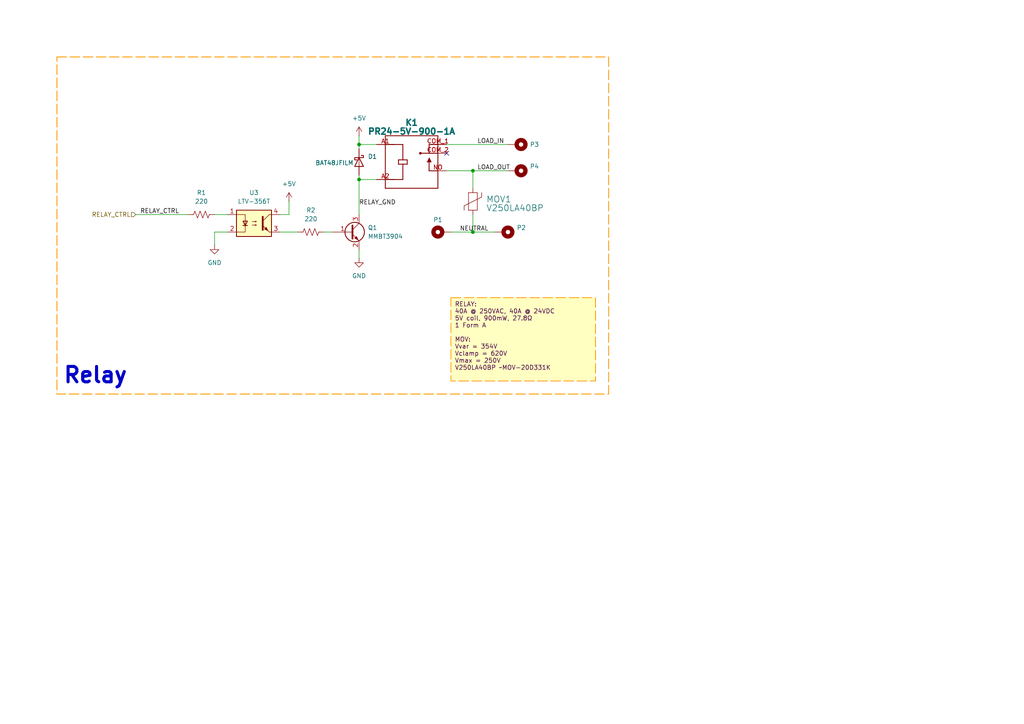
<source format=kicad_sch>
(kicad_sch (version 20250114) (generator "eeschema") (generator_version "9.0")
  (paper "A4")
  (title_block (title "Relay Module") (date "2025-03-22") (rev "1.0") (company "CRG Makes") (comment 1 "Aquarius"))
  (lib_symbols
    (symbol "CRG Makes:MOV20D331K"
      (property "Reference" "MOV" (at -2.794 -2.54 90))
      (symbol "MOV20D331K_1_0"
        (polyline (pts (xy -2.54 -1.27) (xy -2.54 -2.54)) (stroke (width 0.1524)))
        (polyline (pts (xy -1.27 2.54) (xy 1.27 2.54)) (stroke (width 0.1524)))
        (polyline (pts (xy -1.27 -2.54) (xy -1.27 2.54)) (stroke (width 0.1524)))
        (polyline (pts (xy 1.27 2.54) (xy 1.27 -2.54)) (stroke (width 0.1524)))
        (polyline (pts (xy 1.27 -2.54) (xy -1.27 -2.54)) (stroke (width 0.1524)))
        (polyline (pts (xy 2.54 1.27) (xy -2.54 -1.27)) (stroke (width 0.1524)))
        (polyline (pts (xy 2.54 1.27) (xy 2.54 2.54)) (stroke (width 0.1524)))
        (pin bidirectional line (at 0 3.81 270) (length 1.27) (name "P$1") (number "P$1"))
        (pin bidirectional line (at 0 -3.81 90) (length 1.27) (name "P$2") (number "P$2"))
      )
    )
    (symbol "CRG Makes:PR24-5V-900-1A"
      (property "Reference" "K" (at -7.62 8.382 0))
      (symbol "PR24-5V-900-1A_1_0"
        (polyline (pts (xy -7.62 7.62) (xy -7.62 -7.62)) (stroke (width 0.254)))
        (polyline (pts (xy -7.62 5.08) (xy -2.54 5.08)) (stroke (width 0.254)))
        (polyline (pts (xy -7.62 -5.08) (xy -2.54 -5.08)) (stroke (width 0.254)))
        (polyline (pts (xy -7.62 -7.62) (xy 7.62 -7.62)) (stroke (width 0.254)))
        (polyline (pts (xy -3.81 0.635) (xy -2.54 0.635)) (stroke (width 0.254)))
        (polyline (pts (xy -3.81 -0.635) (xy -3.81 0.635)) (stroke (width 0.254)))
        (polyline (pts (xy -2.54 5.08) (xy -2.54 0.635)) (stroke (width 0.254)))
        (polyline (pts (xy -2.54 0.635) (xy -1.27 0.635)) (stroke (width 0.254)))
        (polyline (pts (xy -2.54 -0.635) (xy -3.81 -0.635)) (stroke (width 0.254)))
        (polyline (pts (xy -2.54 -0.635) (xy -2.54 -5.08)) (stroke (width 0.254)))
        (polyline (pts (xy -1.27 0.635) (xy -1.27 -0.635)) (stroke (width 0.254)))
        (polyline (pts (xy -1.27 -0.635) (xy -2.54 -0.635)) (stroke (width 0.254)))
        (circle (center 2.54 2.54) (radius 0.254) (stroke (width 0.254)))
        (polyline (pts (xy 4.445 0) (xy 5.715 0) (xy 5.08 1.2699)) (stroke (width 0.1524)) (fill (type outline)))
        (polyline (pts (xy 5.08 5.08) (xy 5.08 2.54)) (stroke (width 0.254)))
        (polyline (pts (xy 5.08 2.54) (xy 2.54 2.54)) (stroke (width 0.254)))
        (polyline (pts (xy 5.08 -2.54) (xy 5.08 0)) (stroke (width 0.254)))
        (polyline (pts (xy 7.62 7.62) (xy -7.62 7.62)) (stroke (width 0.254)))
        (polyline (pts (xy 7.62 5.08) (xy 5.08 5.08)) (stroke (width 0.254)))
        (polyline (pts (xy 7.62 2.54) (xy 5.08 2.54)) (stroke (width 0.254)))
        (polyline (pts (xy 7.62 -2.54) (xy 5.08 -2.54)) (stroke (width 0.254)))
        (polyline (pts (xy 7.62 -7.62) (xy 7.62 7.62)) (stroke (width 0.254)))
        (pin passive line (at -10.16 5.08 0) (length 5.08) (name "COIL1") (number "A1"))
        (pin passive line (at -10.16 -5.08 0) (length 5.08) (name "COIL2") (number "A2"))
        (pin passive line (at 10.16 5.08 180) (length 5.08) (name "COM1") (number "COM_1"))
        (pin passive line (at 10.16 2.54 180) (length 5.08) (name "COM2") (number "COM_2"))
        (pin passive line (at 10.16 -2.54 180) (length 5.08) (name "NO") (number "NO"))
      )
    )
    (symbol "Device:R_US" (pin_numbers (hide yes)) (pin_names (offset 0))
      (property "Reference" "R" (at 2.54 0 90))
      (property "Value" "R_US" (at -2.54 0 90))
      (symbol "R_US_0_1"
        (polyline (pts (xy 0 2.286) (xy 0 2.54)))
        (polyline (pts (xy 0 2.286) (xy 1.016 1.905) (xy 0 1.524) (xy -1.016 1.143) (xy 0 0.762)))
        (polyline (pts (xy 0 0.762) (xy 1.016 0.381) (xy 0 0) (xy -1.016 -0.381) (xy 0 -0.762)))
        (polyline (pts (xy 0 -0.762) (xy 1.016 -1.143) (xy 0 -1.524) (xy -1.016 -1.905) (xy 0 -2.286)))
        (polyline (pts (xy 0 -2.286) (xy 0 -2.54)))
      )
      (symbol "R_US_1_1"
        (pin passive line (at 0 3.81 270) (length 1.27) (name "~") (number "1"))
        (pin passive line (at 0 -3.81 90) (length 1.27) (name "~") (number "2"))
      )
    )
    (symbol "Diode:BAT48JFILM" (pin_numbers (hide yes)) (pin_names (offset 1.016) (hide yes))
      (property "Reference" "D" (at 0 2.54 0))
      (property "Value" "BAT48JFILM" (at 0 -2.54 0))
      (symbol "BAT48JFILM_0_1"
        (polyline (pts (xy -1.905 0.635) (xy -1.905 1.27) (xy -1.27 1.27) (xy -1.27 -1.27) (xy -0.635 -1.27) (xy -0.635 -0.635)) (stroke (width 0.254)))
        (polyline (pts (xy 1.27 1.27) (xy 1.27 -1.27) (xy -1.27 0) (xy 1.27 1.27)) (stroke (width 0.254)))
        (polyline (pts (xy 1.27 0) (xy -1.27 0)))
      )
      (symbol "BAT48JFILM_1_1"
        (pin passive line (at -3.81 0 0) (length 2.54) (name "K") (number "1"))
        (pin passive line (at 3.81 0 180) (length 2.54) (name "A") (number "2"))
      )
    )
    (symbol "Isolator:LTV-356T" (pin_names (offset 1.016))
      (property "Reference" "U" (at -5.334 4.826 0))
      (property "Value" "LTV-356T" (at 0 5.08 0))
      (symbol "LTV-356T_0_1"
        (rectangle (start -5.08 3.81) (end 5.08 -3.81) (stroke (width 0.254)) (fill (type background)))
        (polyline (pts (xy -5.08 2.54) (xy -2.54 2.54) (xy -2.54 -0.762)))
        (polyline (pts (xy -3.175 -0.635) (xy -1.905 -0.635)) (stroke (width 0.254)))
        (polyline (pts (xy -2.54 -0.635) (xy -2.54 -2.54) (xy -5.08 -2.54)))
        (polyline (pts (xy -2.54 -0.635) (xy -3.175 0.635) (xy -1.905 0.635) (xy -2.54 -0.635)) (stroke (width 0.254)))
        (polyline (pts (xy -0.508 0.508) (xy 0.762 0.508) (xy 0.381 0.381) (xy 0.381 0.635) (xy 0.762 0.508)))
        (polyline (pts (xy -0.508 -0.508) (xy 0.762 -0.508) (xy 0.381 -0.635) (xy 0.381 -0.381) (xy 0.762 -0.508)))
        (polyline (pts (xy 2.54 1.905) (xy 2.54 -1.905) (xy 2.54 -1.905)) (stroke (width 0.508)))
        (polyline (pts (xy 2.54 0.635) (xy 4.445 2.54)))
        (polyline (pts (xy 3.048 -1.651) (xy 3.556 -1.143) (xy 4.064 -2.159) (xy 3.048 -1.651) (xy 3.048 -1.651)) (fill (type outline)))
        (polyline (pts (xy 4.445 2.54) (xy 5.08 2.54)))
        (polyline (pts (xy 4.445 -2.54) (xy 2.54 -0.635)) (fill (type outline)))
        (polyline (pts (xy 4.445 -2.54) (xy 5.08 -2.54)))
      )
      (symbol "LTV-356T_1_1"
        (pin passive line (at -7.62 2.54 0) (length 2.54) (name "~") (number "1"))
        (pin passive line (at -7.62 -2.54 0) (length 2.54) (name "~") (number "2"))
        (pin passive line (at 7.62 2.54 180) (length 2.54) (name "~") (number "4"))
        (pin passive line (at 7.62 -2.54 180) (length 2.54) (name "~") (number "3"))
      )
    )
    (symbol "Mechanical:MountingHole_Pad" (pin_numbers (hide yes)) (pin_names (offset 1.016) (hide yes)) (exclude_from_sim yes) (in_bom no)
      (property "Reference" "H" (at 0 6.35 0))
      (property "Value" "MountingHole_Pad" (at 0 4.445 0))
      (symbol "MountingHole_Pad_0_1"
        (circle (center 0 1.27) (radius 1.27) (stroke (width 1.27)))
      )
      (symbol "MountingHole_Pad_1_1"
        (pin input line (at 0 -2.54 90) (length 2.54) (name "1") (number "1"))
      )
    )
    (symbol "Transistor_BJT:MMBT3904" (pin_names (offset 0) (hide yes))
      (property "Reference" "Q" (at 5.08 1.905 0))
      (property "Value" "MMBT3904" (at 5.08 0 0))
      (symbol "MMBT3904_0_1"
        (polyline (pts (xy 0.635 1.905) (xy 0.635 -1.905) (xy 0.635 -1.905)) (stroke (width 0.508)))
        (polyline (pts (xy 0.635 0.635) (xy 2.54 2.54)))
        (polyline (pts (xy 0.635 -0.635) (xy 2.54 -2.54) (xy 2.54 -2.54)))
        (circle (center 1.27 0) (radius 2.8194) (stroke (width 0.254)))
        (polyline (pts (xy 1.27 -1.778) (xy 1.778 -1.27) (xy 2.286 -2.286) (xy 1.27 -1.778) (xy 1.27 -1.778)) (fill (type outline)))
      )
      (symbol "MMBT3904_1_1"
        (pin input line (at -5.08 0 0) (length 5.715) (name "B") (number "1"))
        (pin passive line (at 2.54 5.08 270) (length 2.54) (name "C") (number "3"))
        (pin passive line (at 2.54 -5.08 90) (length 2.54) (name "E") (number "2"))
      )
    )
    (symbol "power:+5V" (power) (pin_numbers (hide yes)) (pin_names (offset 0) (hide yes))
      (property "Value" "+5V" (at 0 3.556 0))
      (symbol "+5V_0_1"
        (polyline (pts (xy -0.762 1.27) (xy 0 2.54)))
        (polyline (pts (xy 0 2.54) (xy 0.762 1.27)))
        (polyline (pts (xy 0 0) (xy 0 2.54)))
      )
      (symbol "+5V_1_1"
        (pin power_in line (at 0 0 90) (length 0) (name "~") (number "1"))
      )
    )
    (symbol "power:GND" (power) (pin_numbers (hide yes)) (pin_names (offset 0) (hide yes))
      (property "Value" "GND" (at 0 -3.81 0))
      (symbol "GND_0_1"
        (polyline (pts (xy 0 0) (xy 0 -1.27) (xy 1.27 -1.27) (xy 0 -2.54) (xy -1.27 -1.27) (xy 0 -1.27)))
      )
      (symbol "GND_1_1"
        (pin power_in line (at 0 0 270) (length 0) (name "~") (number "1"))
      )
    )
  )
  (rectangle (start 16.51 16.51) (end 176.53 114.3) (stroke (width 0.254) (type dash) (color 255 153 0 1)))
  (text "Relay" (at 27.686 108.966 0) (effects (font (size 4.445 4.445) (thickness 0.889) (bold yes))))
  (text_box "RELAY:\n40A @ 250VAC, 40A @ 24VDC\n5V coil, 900mW, 27.8Ω\n1 Form A\n\nMOV:\nVvar = 354V\nVclamp = 620V\nVmax = 250V\nV250LA40BP ~MOV-20D331K\n" (at 130.81 86.36 0) (size 41.91 24.13) (margins 1.0795 1.0795 1.0795 1.0795) (stroke (width 0.254) (type dash) (color 255 153 0 1)) (fill (type color) (color 255 255 194 1)) (effects (font (size 1.27 1.27) (thickness 0.1588)) (justify left top)))
  (junction (at 104.14 41.91))
  (junction (at 104.14 52.07))
  (junction (at 137.16 49.53))
  (junction (at 137.16 67.31))
  (no_connect (at 129.54 44.45))
  (wire (pts (xy 109.22 41.91) (xy 104.14 41.91)))
  (wire (pts (xy 104.14 39.37) (xy 104.14 41.91)))
  (wire (pts (xy 104.14 72.39) (xy 104.14 74.93)))
  (wire (pts (xy 104.14 41.91) (xy 104.14 43.18)))
  (wire (pts (xy 137.16 49.53) (xy 137.16 54.61)))
  (wire (pts (xy 93.98 67.31) (xy 96.52 67.31)))
  (wire (pts (xy 109.22 52.07) (xy 104.14 52.07)))
  (wire (pts (xy 137.16 67.31) (xy 143.51 67.31)))
  (wire (pts (xy 83.82 62.23) (xy 83.82 58.42)))
  (wire (pts (xy 137.16 62.23) (xy 137.16 67.31)))
  (wire (pts (xy 81.28 67.31) (xy 86.36 67.31)))
  (wire (pts (xy 104.14 50.8) (xy 104.14 52.07)))
  (wire (pts (xy 129.54 49.53) (xy 137.16 49.53)))
  (wire (pts (xy 104.14 52.07) (xy 104.14 62.23)))
  (wire (pts (xy 39.37 62.23) (xy 54.61 62.23)))
  (wire (pts (xy 62.23 62.23) (xy 66.04 62.23)))
  (wire (pts (xy 129.54 41.91) (xy 147.32 41.91)))
  (wire (pts (xy 81.28 62.23) (xy 83.82 62.23)))
  (wire (pts (xy 130.81 67.31) (xy 137.16 67.31)))
  (wire (pts (xy 62.23 67.31) (xy 62.23 71.12)))
  (wire (pts (xy 66.04 67.31) (xy 62.23 67.31)))
  (wire (pts (xy 137.16 49.53) (xy 147.32 49.53)))
  (label "RELAY_CTRL" (at 40.64 62.23 0))
  (label "NEUTRAL" (at 133.35 67.31 0))
  (label "LOAD_IN" (at 138.43 41.91 0))
  (label "RELAY_GND" (at 104.14 59.69 0))
  (label "LOAD_OUT" (at 138.43 49.53 0))
  (hierarchical_label "RELAY_CTRL" (shape input) (at 39.37 62.23 180))
  (symbol (lib_id "Mechanical:MountingHole_Pad") (at 149.86 41.91 270) (unit 1) (in_bom no)
    (property "Reference" "P3" (at 153.67 41.9099 90) (effects (justify left)))
    (property "Value" "MountingHole_Pad" (effects (hide yes)))
    (property "Footprint" "MountingHole:MountingHole_3.2mm_M3_ISO14580_Pad" (effects (hide yes)))
    (property "Description" "Mounting Hole with connection" (effects (hide yes)))
  )
  (symbol (lib_id "CRG Makes:PR24-5V-900-1A") (at 119.38 46.99 0) (unit 1)
    (property "Reference" "K1" (at 119.38 35.56 0) (effects (font (size 1.778 1.778) (thickness 0.3556) (bold yes))))
    (property "Value" "PR24-5V-900-1A" (at 119.38 38.1 0) (effects (font (size 1.778 1.778) (thickness 0.3556) (bold yes))))
    (property "Footprint" "CRG Makes:RELAY_PR24-5V-900-1A" (effects (hide yes)))
    (property "Datasheet" "https://wmsc.lcsc.com/wmsc/upload/file/pdf/v2/lcsc/2312271407_CUI-PR24-5V-900-1A_C7029760.pdf" (effects (hide yes)))
    (property "Description" "Power relay, 40A, Normally Open\n\nhttps://www.mouser.com/ProductDetail/179-PR24-5V-900-1A\nhttps://jlcpcb.com/partdetail/Cui-PR24_5V_9001A/C7029760" (effects (hide yes)))
    (property "LCSC_PN" "C7029760" (effects (hide yes)))
  )
  (symbol (lib_id "power:GND") (at 62.23 71.12 0) (unit 1)
    (property "Reference" "#PWR02" (effects (hide yes)))
    (property "Value" "GND" (at 62.23 76.2 0))
    (property "Description" "Power symbol creates a global label with name \"GND\" , ground" (effects (hide yes)))
  )
  (symbol (lib_id "Isolator:LTV-356T") (at 73.66 64.77 0) (unit 1)
    (property "Reference" "U3" (at 73.66 55.88 0))
    (property "Value" "LTV-356T" (at 73.66 58.42 0))
    (property "Footprint" "Package_SO:SO-4_4.4x3.6mm_P2.54mm" (effects (hide yes)))
    (property "Datasheet" "http://optoelectronics.liteon.com/upload/download/DS70-2001-010/S_110_LTV-356T%2020140520.pdf" (effects (hide yes)))
    (property "Description" "DC Optocoupler, Vce 80V, CTR 50%, SO-4" (effects (hide yes)))
  )
  (symbol (lib_id "CRG Makes:MOV20D331K") (at 137.16 58.42 0) (unit 1) (in_bom no)
    (property "Reference" "MOV1" (at 140.97 57.7849 0) (effects (font (size 1.778 1.778)) (justify left)))
    (property "Value" "V250LA40BP" (at 140.97 60.325 0) (effects (font (size 1.778 1.778)) (justify left)))
    (property "Footprint" "CRG Makes:V250LA40BP" (effects (hide yes)))
    (property "Datasheet" "https://wmsc.lcsc.com/wmsc/upload/file/pdf/v2/lcsc/2304140030_Littelfuse-V250LA40BP_C1527448.pdf" (effects (hide yes)))
    (property "Description" "Metal Oxide Varistor\nMOV-20D331K https://jlcpcb.com/partdetail/Bourns-MOV20D331K/C1528488" (effects (hide yes)))
    (property "LCSC_PN" "C1527448" (effects (hide yes)))
  )
  (symbol (lib_id "power:GND") (at 104.14 74.93 0) (unit 1)
    (property "Reference" "#PWR09" (effects (hide yes)))
    (property "Value" "GND" (at 104.14 80.01 0))
    (property "Description" "Power symbol creates a global label with name \"GND\" , ground" (effects (hide yes)))
  )
  (symbol (lib_id "power:+5V") (at 104.14 39.37 0) (unit 1)
    (property "Reference" "#PWR01" (effects (hide yes)))
    (property "Value" "+5V" (at 104.14 34.29 0))
    (property "Description" "Power symbol creates a global label with name \"+5V\"" (effects (hide yes)))
  )
  (symbol (lib_id "power:+5V") (at 83.82 58.42 0) (unit 1)
    (property "Reference" "#PWR03" (effects (hide yes)))
    (property "Value" "+5V" (at 83.82 53.34 0))
    (property "Description" "Power symbol creates a global label with name \"+5V\"" (effects (hide yes)))
  )
  (symbol (lib_id "Mechanical:MountingHole_Pad") (at 149.86 49.53 270) (unit 1) (in_bom no)
    (property "Reference" "P4" (at 153.67 48.2599 90) (effects (justify left)))
    (property "Value" "MountingHole_Pad" (effects (hide yes)))
    (property "Footprint" "MountingHole:MountingHole_3.2mm_M3_ISO14580_Pad" (effects (hide yes)))
    (property "Description" "Mounting Hole with connection" (effects (hide yes)))
  )
  (symbol (lib_id "Device:R_US") (at 58.42 62.23 90) (unit 1)
    (property "Reference" "R1" (at 58.42 55.88 90))
    (property "Value" "220" (at 58.42 58.42 90))
    (property "Footprint" "Resistor_SMD:R_0603_1608Metric" (effects (hide yes)))
    (property "Description" "Resistor, US symbol" (effects (hide yes)))
    (property "LCSC_PN" "C1226" (effects (hide yes)))
  )
  (symbol (lib_id "Transistor_BJT:MMBT3904") (at 101.6 67.31 0) (unit 1)
    (property "Reference" "Q1" (at 106.68 66.0399 0) (effects (justify left)))
    (property "Value" "MMBT3904" (at 106.68 68.5799 0) (effects (justify left)))
    (property "Footprint" "Package_TO_SOT_SMD:SOT-23" (effects (hide yes)))
    (property "Datasheet" "https://www.onsemi.com/pdf/datasheet/pzt3904-d.pdf" (effects (hide yes)))
    (property "Description" "0.2A Ic, 40V Vce, Small Signal NPN Transistor, SOT-23" (effects (hide yes)))
    (property "LCSC_PN" "C909754" (effects (hide yes)))
  )
  (symbol (lib_id "Diode:BAT48JFILM") (at 104.14 46.99 270) (unit 1)
    (property "Reference" "D1" (at 106.68 45.4024 90) (effects (justify left)))
    (property "Value" "BAT48JFILM" (at 91.44 47.244 90) (effects (justify left)))
    (property "Footprint" "Diode_SMD:D_SOD-323" (effects (hide yes)))
    (property "Datasheet" "www.st.com/resource/en/datasheet/bat48.pdf" (effects (hide yes)))
    (property "Description" "40V 0.35A Small Signal Schottky Diode, SOD-323" (effects (hide yes)))
    (property "LCSC_PN" "C155590" (effects (hide yes)))
  )
  (symbol (lib_id "Device:R_US") (at 90.17 67.31 90) (unit 1)
    (property "Reference" "R2" (at 90.17 60.96 90))
    (property "Value" "220" (at 90.17 63.5 90))
    (property "Footprint" "Resistor_SMD:R_0603_1608Metric" (effects (hide yes)))
    (property "Description" "Resistor, US symbol" (effects (hide yes)))
    (property "LCSC_PN" "C1226" (effects (hide yes)))
  )
  (symbol (lib_id "Mechanical:MountingHole_Pad") (at 128.27 67.31 90) (unit 1) (in_bom no)
    (property "Reference" "P1" (at 127 63.754 90))
    (property "Value" "MountingHole_Pad" (effects (hide yes)))
    (property "Footprint" "MountingHole:MountingHole_3.2mm_M3_ISO14580_Pad" (effects (hide yes)))
    (property "Description" "Mounting Hole with connection" (effects (hide yes)))
  )
  (symbol (lib_id "Mechanical:MountingHole_Pad") (at 146.05 67.31 270) (unit 1) (in_bom no)
    (property "Reference" "P2" (at 149.86 66.0399 90) (effects (justify left)))
    (property "Value" "MountingHole_Pad" (effects (hide yes)))
    (property "Footprint" "MountingHole:MountingHole_3.2mm_M3_ISO14580_Pad" (effects (hide yes)))
    (property "Description" "Mounting Hole with connection" (effects (hide yes)))
  )
)
</source>
